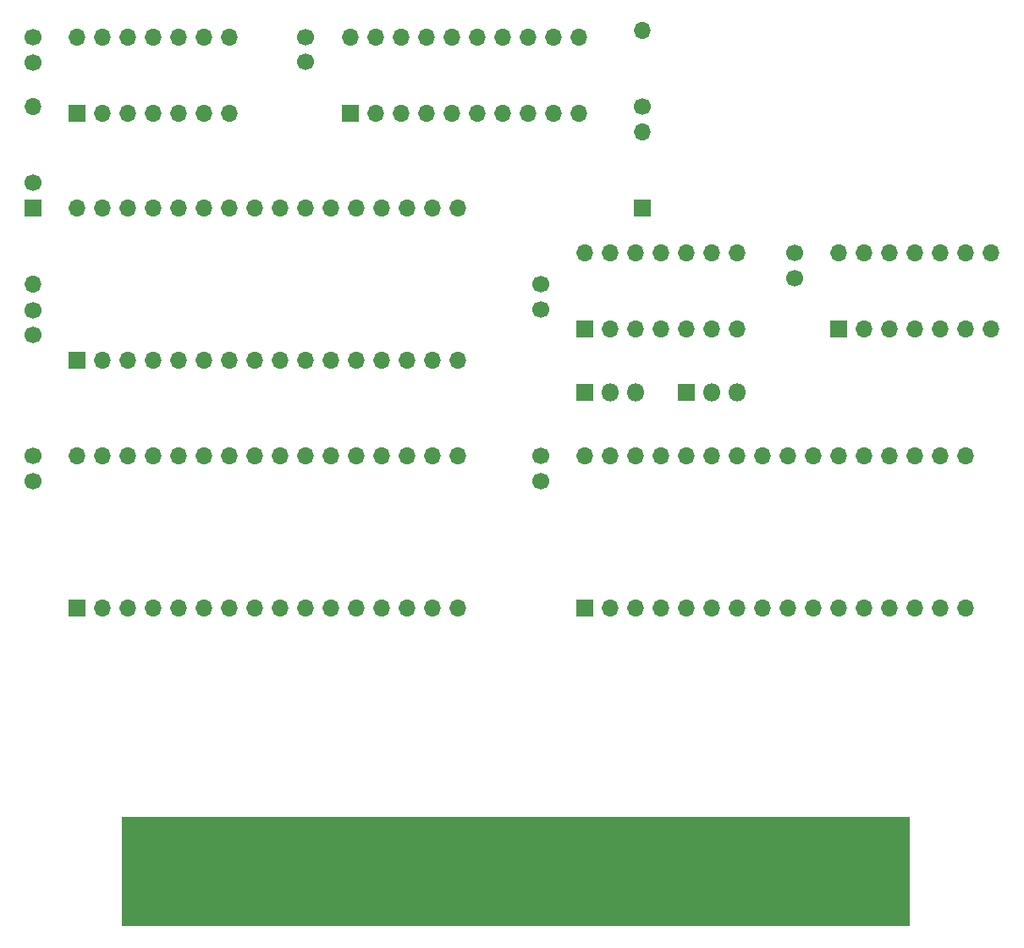
<source format=gbs>
G04 #@! TF.GenerationSoftware,KiCad,Pcbnew,5.1.6-c6e7f7d~87~ubuntu16.04.1*
G04 #@! TF.CreationDate,2020-09-13T22:56:36+08:00*
G04 #@! TF.ProjectId,famicart_rom,66616d69-6361-4727-945f-726f6d2e6b69,rev?*
G04 #@! TF.SameCoordinates,Original*
G04 #@! TF.FileFunction,Soldermask,Bot*
G04 #@! TF.FilePolarity,Negative*
%FSLAX46Y46*%
G04 Gerber Fmt 4.6, Leading zero omitted, Abs format (unit mm)*
G04 Created by KiCad (PCBNEW 5.1.6-c6e7f7d~87~ubuntu16.04.1) date 2020-09-13 22:56:36*
%MOMM*%
%LPD*%
G01*
G04 APERTURE LIST*
%ADD10C,0.100000*%
%ADD11R,1.700000X1.700000*%
%ADD12O,1.700000X1.700000*%
%ADD13R,1.640000X10.100000*%
%ADD14C,1.700000*%
%ADD15R,1.800000X1.800000*%
%ADD16O,1.800000X1.800000*%
G04 APERTURE END LIST*
D10*
G36*
X186690000Y-139700000D02*
G01*
X107950000Y-139700000D01*
X107950000Y-128905000D01*
X186690000Y-128905000D01*
X186690000Y-139700000D01*
G37*
X186690000Y-139700000D02*
X107950000Y-139700000D01*
X107950000Y-128905000D01*
X186690000Y-128905000D01*
X186690000Y-139700000D01*
D11*
G04 #@! TO.C,U7*
X130810000Y-58420000D03*
D12*
X153670000Y-50800000D03*
X133350000Y-58420000D03*
X151130000Y-50800000D03*
X135890000Y-58420000D03*
X148590000Y-50800000D03*
X138430000Y-58420000D03*
X146050000Y-50800000D03*
X140970000Y-58420000D03*
X143510000Y-50800000D03*
X143510000Y-58420000D03*
X140970000Y-50800000D03*
X146050000Y-58420000D03*
X138430000Y-50800000D03*
X148590000Y-58420000D03*
X135890000Y-50800000D03*
X151130000Y-58420000D03*
X133350000Y-50800000D03*
X153670000Y-58420000D03*
X130810000Y-50800000D03*
G04 #@! TD*
D11*
G04 #@! TO.C,U4*
X103505000Y-83185000D03*
D12*
X141605000Y-67945000D03*
X106045000Y-83185000D03*
X139065000Y-67945000D03*
X108585000Y-83185000D03*
X136525000Y-67945000D03*
X111125000Y-83185000D03*
X133985000Y-67945000D03*
X113665000Y-83185000D03*
X131445000Y-67945000D03*
X116205000Y-83185000D03*
X128905000Y-67945000D03*
X118745000Y-83185000D03*
X126365000Y-67945000D03*
X121285000Y-83185000D03*
X123825000Y-67945000D03*
X123825000Y-83185000D03*
X121285000Y-67945000D03*
X126365000Y-83185000D03*
X118745000Y-67945000D03*
X128905000Y-83185000D03*
X116205000Y-67945000D03*
X131445000Y-83185000D03*
X113665000Y-67945000D03*
X133985000Y-83185000D03*
X111125000Y-67945000D03*
X136525000Y-83185000D03*
X108585000Y-67945000D03*
X139065000Y-83185000D03*
X106045000Y-67945000D03*
X141605000Y-83185000D03*
X103505000Y-67945000D03*
G04 #@! TD*
D11*
G04 #@! TO.C,U3*
X154305000Y-107950000D03*
D12*
X192405000Y-92710000D03*
X156845000Y-107950000D03*
X189865000Y-92710000D03*
X159385000Y-107950000D03*
X187325000Y-92710000D03*
X161925000Y-107950000D03*
X184785000Y-92710000D03*
X164465000Y-107950000D03*
X182245000Y-92710000D03*
X167005000Y-107950000D03*
X179705000Y-92710000D03*
X169545000Y-107950000D03*
X177165000Y-92710000D03*
X172085000Y-107950000D03*
X174625000Y-92710000D03*
X174625000Y-107950000D03*
X172085000Y-92710000D03*
X177165000Y-107950000D03*
X169545000Y-92710000D03*
X179705000Y-107950000D03*
X167005000Y-92710000D03*
X182245000Y-107950000D03*
X164465000Y-92710000D03*
X184785000Y-107950000D03*
X161925000Y-92710000D03*
X187325000Y-107950000D03*
X159385000Y-92710000D03*
X189865000Y-107950000D03*
X156845000Y-92710000D03*
X192405000Y-107950000D03*
X154305000Y-92710000D03*
G04 #@! TD*
G04 #@! TO.C,U5*
X103505000Y-92710000D03*
X141605000Y-107950000D03*
X106045000Y-92710000D03*
X139065000Y-107950000D03*
X108585000Y-92710000D03*
X136525000Y-107950000D03*
X111125000Y-92710000D03*
X133985000Y-107950000D03*
X113665000Y-92710000D03*
X131445000Y-107950000D03*
X116205000Y-92710000D03*
X128905000Y-107950000D03*
X118745000Y-92710000D03*
X126365000Y-107950000D03*
X121285000Y-92710000D03*
X123825000Y-107950000D03*
X123825000Y-92710000D03*
X121285000Y-107950000D03*
X126365000Y-92710000D03*
X118745000Y-107950000D03*
X128905000Y-92710000D03*
X116205000Y-107950000D03*
X131445000Y-92710000D03*
X113665000Y-107950000D03*
X133985000Y-92710000D03*
X111125000Y-107950000D03*
X136525000Y-92710000D03*
X108585000Y-107950000D03*
X139065000Y-92710000D03*
X106045000Y-107950000D03*
X141605000Y-92710000D03*
D11*
X103505000Y-107950000D03*
G04 #@! TD*
D13*
G04 #@! TO.C,J1*
X110550001Y-134045001D03*
X113090001Y-134045001D03*
X115630001Y-134045001D03*
X118170001Y-134045001D03*
X120710001Y-134045001D03*
X123250001Y-134045001D03*
X125790001Y-134045001D03*
X128330001Y-134045001D03*
X130870001Y-134045001D03*
X133410001Y-134045001D03*
X135950001Y-134045001D03*
X138490001Y-134045001D03*
X141030001Y-134045001D03*
X143570001Y-134045001D03*
X146110001Y-134045001D03*
X148650001Y-134045001D03*
X151190001Y-134045001D03*
X153730001Y-134045001D03*
X156270001Y-134045001D03*
X158810001Y-134045001D03*
X161350001Y-134045001D03*
X163890001Y-134045001D03*
X166430001Y-134045001D03*
X168970001Y-134045001D03*
X171510001Y-134045001D03*
X174050001Y-134045001D03*
X176590001Y-134045001D03*
X179130001Y-134045001D03*
X181670001Y-134045001D03*
X184210001Y-134045001D03*
G04 #@! TD*
D11*
G04 #@! TO.C,U1*
X103505000Y-58420000D03*
D12*
X118745000Y-50800000D03*
X106045000Y-58420000D03*
X116205000Y-50800000D03*
X108585000Y-58420000D03*
X113665000Y-50800000D03*
X111125000Y-58420000D03*
X111125000Y-50800000D03*
X113665000Y-58420000D03*
X108585000Y-50800000D03*
X116205000Y-58420000D03*
X106045000Y-50800000D03*
X118745000Y-58420000D03*
X103505000Y-50800000D03*
G04 #@! TD*
G04 #@! TO.C,U2*
X179705000Y-72390000D03*
X194945000Y-80010000D03*
X182245000Y-72390000D03*
X192405000Y-80010000D03*
X184785000Y-72390000D03*
X189865000Y-80010000D03*
X187325000Y-72390000D03*
X187325000Y-80010000D03*
X189865000Y-72390000D03*
X184785000Y-80010000D03*
X192405000Y-72390000D03*
X182245000Y-80010000D03*
X194945000Y-72390000D03*
D11*
X179705000Y-80010000D03*
G04 #@! TD*
G04 #@! TO.C,U6*
X154305000Y-80010000D03*
D12*
X169545000Y-72390000D03*
X156845000Y-80010000D03*
X167005000Y-72390000D03*
X159385000Y-80010000D03*
X164465000Y-72390000D03*
X161925000Y-80010000D03*
X161925000Y-72390000D03*
X164465000Y-80010000D03*
X159385000Y-72390000D03*
X167005000Y-80010000D03*
X156845000Y-72390000D03*
X169545000Y-80010000D03*
X154305000Y-72390000D03*
G04 #@! TD*
G04 #@! TO.C,D1*
X99060000Y-75565000D03*
D11*
X99060000Y-67945000D03*
G04 #@! TD*
G04 #@! TO.C,D2*
X160020000Y-67945000D03*
D12*
X160020000Y-60325000D03*
G04 #@! TD*
D14*
G04 #@! TO.C,R1*
X99060000Y-65405000D03*
D12*
X99060000Y-57785000D03*
G04 #@! TD*
G04 #@! TO.C,R2*
X160020000Y-50165000D03*
D14*
X160020000Y-57785000D03*
G04 #@! TD*
G04 #@! TO.C,C1*
X149860000Y-75565000D03*
X149860000Y-78065000D03*
G04 #@! TD*
G04 #@! TO.C,C2*
X175260000Y-72430000D03*
X175260000Y-74930000D03*
G04 #@! TD*
G04 #@! TO.C,C3*
X99060000Y-78145000D03*
X99060000Y-80645000D03*
G04 #@! TD*
G04 #@! TO.C,C4*
X126365000Y-53300000D03*
X126365000Y-50800000D03*
G04 #@! TD*
G04 #@! TO.C,C5*
X149860000Y-92750000D03*
X149860000Y-95250000D03*
G04 #@! TD*
G04 #@! TO.C,C6*
X99060000Y-53340000D03*
X99060000Y-50840000D03*
G04 #@! TD*
G04 #@! TO.C,C7*
X99060000Y-95250000D03*
X99060000Y-92750000D03*
G04 #@! TD*
D15*
G04 #@! TO.C,J2*
X154305000Y-86360000D03*
D16*
X156845000Y-86360000D03*
X159385000Y-86360000D03*
G04 #@! TD*
G04 #@! TO.C,J3*
X169545000Y-86360000D03*
X167005000Y-86360000D03*
D15*
X164465000Y-86360000D03*
G04 #@! TD*
M02*

</source>
